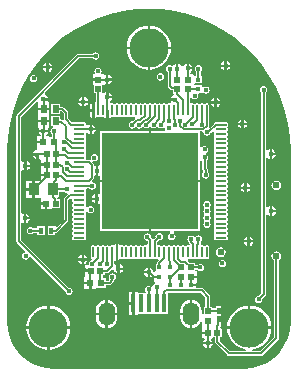
<source format=gbr>
%FSTAX25Y25*%
%MOIN*%
%SFA1B1*%

%IPPOS*%
%AMD46*
4,1,8,-0.019700,0.002000,-0.019700,-0.002000,-0.017700,-0.003900,0.017700,-0.003900,0.019700,-0.002000,0.019700,0.002000,0.017700,0.003900,-0.017700,0.003900,-0.019700,0.002000,0.0*
%
%ADD10R,0.017716X0.021654*%
%ADD18R,0.011811X0.019685*%
%ADD26R,0.020472X0.020472*%
%ADD27R,0.020472X0.020472*%
%ADD29C,0.006000*%
%ADD30C,0.005000*%
%ADD31C,0.004000*%
%ADD32C,0.008000*%
%ADD33C,0.007000*%
%ADD34O,0.055118X0.076772*%
%ADD35C,0.131000*%
%ADD36C,0.016000*%
%ADD37C,0.024000*%
%ADD38R,0.017716X0.017716*%
%ADD39R,0.015748X0.059055*%
%ADD40R,0.035433X0.039370*%
%ADD41R,0.024409X0.024409*%
%ADD42R,0.021654X0.025591*%
%ADD43R,0.318898X0.318898*%
%ADD44O,0.007874X0.039370*%
%ADD45O,0.039370X0.007874*%
G04~CAMADD=46~4~0.0~0.0~78.7~393.7~0.0~19.7~0~0.0~0.0~0.0~0.0~0~0.0~0.0~0.0~0.0~0~0.0~0.0~0.0~90.0~394.0~78.0*
%ADD46D46*%
%LNdigit_copper_signal_bot-1*%
%LPD*%
G36*
X0053571Y0117908D02*
X0057893Y0117305D01*
X0062141Y0116306*
X0066279Y0114919*
X0070271Y0113157*
X0074083Y0111033*
X0077683Y0108567*
X008104Y0105779*
X0084126Y0102694*
X0086914Y0099336*
X008938Y0095736*
X0091503Y0091924*
X0093266Y0087932*
X0094653Y0083794*
X0095652Y0079547*
X0096255Y0075225*
X0096456Y0070866*
Y0013779*
X0096217Y0011044*
X0095506Y0008393*
X0094346Y0005905*
X0092772Y0003656*
X0090831Y0001715*
X0088582Y0000141*
X0086094Y-0001018*
X0083443Y-0001729*
X0080708Y-0001968*
X0017716*
X0014981Y-0001729*
X001233Y-0001018*
X0009842Y0000141*
X0007593Y0001715*
X0005652Y0003656*
X0004078Y0005905*
X0002918Y0008393*
X0002207Y0011044*
X0001968Y0013779*
Y0070866*
X000217Y0075225*
X0002772Y0079547*
X0003771Y0083794*
X0005158Y0087932*
X0006921Y0091924*
X0009044Y0095736*
X001151Y0099336*
X0014298Y0102694*
X0017384Y0105779*
X0020741Y0108567*
X0024341Y0111033*
X0028154Y0113157*
X0032145Y0114919*
X0036283Y0116306*
X0040531Y0117305*
X0044853Y0117908*
X0049212Y011811*
X0053571Y0117908*
G37*
%LNdigit_copper_signal_bot-2*%
%LPC*%
G36*
X0049612Y0112464D02*
Y0105518D01*
X0056558*
X0056456Y0106558*
X0056035Y0107944*
X0055353Y0109221*
X0054434Y011034*
X0053315Y0111258*
X0052038Y0111941*
X0050653Y0112361*
X0049612Y0112464*
G37*
G36*
X0048812D02*
X0047771Y0112361D01*
X0046386Y0111941*
X0045109Y0111258*
X004399Y011034*
X0043071Y0109221*
X0042389Y0107944*
X0041968Y0106558*
X0041866Y0105518*
X0048812*
Y0112464*
G37*
G36*
X0031462Y0103585D02*
X0030994Y0103492D01*
X0030597Y0103227*
X0030564Y0103177*
X0025762*
X002545Y0103115*
X0025185Y0102939*
Y0102938*
X0005323Y0083076*
X0005146Y0082812*
X0005084Y00825*
Y00406*
X0005146Y0040287*
X0005323Y0040023*
X000796Y0037385*
X0007796Y0036843*
X0007731Y003683*
X0007334Y0036565*
X0007069Y0036168*
X0006976Y00357*
X0007069Y0035231*
X0007334Y0034834*
X0007731Y0034569*
X00082Y0034476*
X0008668Y0034569*
X0009065Y0034834*
X000933Y0035231*
X0009343Y0035296*
X0009885Y003546*
X0021388Y0023958*
X0021376Y00239*
X0021469Y0023431*
X0021734Y0023034*
X0022131Y0022769*
X00226Y0022676*
X0023068Y0022769*
X0023465Y0023034*
X002373Y0023431*
X0023823Y00239*
X002373Y0024368*
X0023465Y0024765*
X0023068Y002503*
X00226Y0025123*
X0022541Y0025111*
X0006715Y0040937*
Y004654*
X0007215Y0046808*
X0007275Y0046768*
X00075Y0046723*
Y0048275*
Y0049827*
X0007275Y0049782*
X0007215Y0049742*
X0006715Y0050009*
Y0064147*
X0007215Y0064414*
X0007475Y006424*
X00077Y0064196*
Y0065748*
Y0067299*
X0007475Y0067255*
X0007215Y0067081*
X0006715Y0067348*
Y0082162*
X0011742Y0087189*
X0012277Y0087082*
X001229Y0086725*
Y0085045*
X0014173*
X0016055*
Y0086725*
X001584*
X0015573Y0087225*
X0015607Y0087275*
X0015651Y00875*
X00141*
Y00883*
X0015651*
X0015607Y0088524*
X0015253Y0089053*
X0014724Y0089407*
X0014677Y0089416*
X0014512Y0089959*
X00261Y0101546*
X0030564*
X0030597Y0101497*
X0030994Y0101231*
X0031462Y0101138*
X003193Y0101231*
X0032327Y0101497*
X0032592Y0101894*
X0032685Y0102362*
X0032592Y010283*
X0032327Y0103227*
X003193Y0103492*
X0031462Y0103585*
G37*
G36*
X00752Y0100651D02*
Y00995D01*
X0076351*
X0076307Y0099724*
X0075953Y0100253*
X0075424Y0100607*
X00752Y0100651*
G37*
G36*
X00744D02*
X0074175Y0100607D01*
X0073646Y0100253*
X0073292Y0099724*
X0073248Y00995*
X00744*
Y0100651*
G37*
G36*
X00159Y0100151D02*
Y0099D01*
X0017051*
X0017007Y0099224*
X0016653Y0099753*
X0016124Y0100107*
X00159Y0100151*
G37*
G36*
X00151D02*
X0014875Y0100107D01*
X0014346Y0099753*
X0013992Y0099224*
X0013948Y0099*
X00151*
Y0100151*
G37*
G36*
X0061804Y0099851D02*
X006158Y0099807D01*
X0061051Y0099453*
X0060697Y0098924*
X0060673Y0098803*
X0060213Y0098781*
X0060161Y009879*
X0059815Y0099308*
X0059285Y0099662*
X0059061Y0099706*
Y0098155*
X0058261*
Y0099706*
X0058037Y0099662*
X0057507Y0099308*
X0057449Y0099221*
X0056796Y0099144*
X0056668Y009923*
X00562Y0099323*
X0055731Y009923*
X0055334Y0098965*
X0055069Y0098568*
X0054976Y00981*
X0055069Y0097631*
X0055334Y0097234*
X0055486Y0097133*
Y00925*
X005554Y0092226*
X0055695Y0091995*
X0056584Y0091106*
X0056816Y0090951*
X0057089Y0090897*
X0057237*
Y0089915*
X0057416*
X0057464Y0089809*
X0057475Y0089302*
X0056946Y0088948*
X0056592Y0088419*
X0056548Y0088195*
X00581*
Y0087395*
X0056548*
X0056592Y0087171*
X0056643Y0087094*
X0056543Y0086689*
X0056406Y0086618*
X0056215Y0086574*
X0055905Y0086636*
X0055595Y0086574*
X0055333Y0086399*
X0054902*
X005464Y0086574*
X005433Y0086636*
X0054021Y0086574*
X0053758Y0086399*
X0053328*
X0053065Y0086574*
X0052755Y0086636*
X0052446Y0086574*
X0052183Y0086399*
X0051753*
X005149Y0086574*
X0051181Y0086636*
X0050871Y0086574*
X0050608Y0086399*
X0050178*
X0049916Y0086574*
X0049606Y0086636*
X0049296Y0086574*
X0049034Y0086399*
X0048603*
X0048341Y0086574*
X0048031Y0086636*
X0047721Y0086574*
X0047459Y0086399*
X0047028*
X0046766Y0086574*
X0046456Y0086636*
X0046147Y0086574*
X0045884Y0086399*
X0045454*
X0045191Y0086574*
X0044881Y0086636*
X0044572Y0086574*
X0044309Y0086399*
X0043879*
X0043616Y0086574*
X0043307Y0086636*
X0042997Y0086574*
X0042734Y0086399*
X0042304*
X0042042Y0086574*
X0041732Y0086636*
X0041422Y0086574*
X004116Y0086399*
X0040729*
X0040467Y0086574*
X0040157Y0086636*
X0039847Y0086574*
X0039585Y0086399*
X0039154*
X0038892Y0086574*
X0038582Y0086636*
X0038273Y0086574*
X003801Y0086399*
X003758*
X0037317Y0086574*
X0037007Y0086636*
X0036698Y0086574*
X0036632Y008653*
X0036401Y0086652*
X0036197Y0086841*
X003623Y008733*
X0036553Y0087546*
X0036907Y0088075*
X0036951Y00883*
X00354*
Y00887*
X0035*
Y0090251*
X0034775Y0090207*
X0034306Y0089893*
X0034211Y0089857*
X0033807Y0089901*
X0033707Y0090159*
Y0090405*
Y0090405*
Y0090406*
Y0092664*
X0034107*
Y0092759*
X0034607Y0093026*
X0034675Y0092981*
X00349Y0092936*
Y0094488*
Y009604*
X0034675Y0095995*
X0034607Y0095949*
X0034107Y0096216*
Y0096311*
X0033667*
X00334Y0096811*
X0033413Y0096831*
X0033507Y00973*
X0033413Y0097768*
X0033148Y0098165*
X0032751Y009843*
X0032283Y0098523*
X0031815Y009843*
X0031418Y0098165*
X0031153Y0097768*
X0031059Y00973*
X0031153Y0096831*
X0031166Y0096811*
X0030899Y0096311*
X0030459*
Y0094888*
X0032283*
Y0094088*
X0030459*
Y0092664*
X0030859*
Y0089915*
X0031569*
Y0087288*
X0031422Y0087163*
X0031108Y0086993*
Y0084252*
Y0081539*
X0031174Y0081552*
X0031569Y0081816*
X0031746Y0082081*
X0031973Y0081929*
X0032283Y0081867*
X0032593Y0081929*
X0032855Y0082104*
X0033286*
X0033548Y0081929*
X0033858Y0081867*
X0034168Y0081929*
X0034395Y0082081*
X0034572Y0081816*
X0034967Y0081552*
X0035033Y0081539*
Y0084252*
X0035833*
Y0081539*
X0035898Y0081552*
X0036293Y0081816*
X003647Y0082081*
X0036698Y0081929*
X0037007Y0081867*
X0037317Y0081929*
X003758Y0082104*
X003801*
X0038273Y0081929*
X0038582Y0081867*
X0038892Y0081929*
X0039154Y0082104*
X0039585*
X0039847Y0081929*
X0040157Y0081867*
X0040467Y0081929*
X0040729Y0082104*
X004116*
X0041422Y0081929*
X0041732Y0081867*
X0042042Y0081929*
X0042304Y0082104*
X0042734*
X0042997Y0081929*
X0043307Y0081867*
X0043616Y0081929*
X0043879Y0082104*
X0044309*
X0044572Y0081929*
X0044576Y0081928*
X0044687Y0081464*
X0044687Y0081396*
X0043878Y0080588*
X00437Y0080623*
X0043231Y008053*
X0042834Y0080265*
X0042569Y0079868*
X0042476Y00794*
X0042569Y0078931*
X0042834Y0078534*
X0043231Y0078269*
X00437Y0078176*
X0044168Y0078269*
X0044565Y0078534*
X0044599Y0078586*
X00452*
X0045234Y0078534*
X0045631Y0078269*
X00461Y0078176*
X0046568Y0078269*
X0046965Y0078534*
X0047004Y0078593*
X004756Y0078662*
X0047957Y0078397*
X0048425Y0078304*
X0048893Y0078397*
X004929Y0078662*
X0049305Y0078685*
X0049907*
X0049922Y0078662*
X0050319Y0078397*
X0050787Y0078304*
X0051255Y0078397*
X0051652Y0078662*
X0051667Y0078685*
X0052269*
X0052284Y0078662*
X0052681Y0078397*
X0053149Y0078304*
X0053617Y0078397*
X005393Y0078606*
X0054119Y0078574*
X0054227Y0078533*
X0054442Y0078402*
X0054542Y0077899*
X0054598Y0077815*
X0054362Y0077374*
X0050006*
Y0061029*
X0066351*
Y0067321*
X0066851Y0067561*
X0067035Y0067413*
Y00648*
X0067093Y0064507*
X0067259Y0064259*
X0067418Y00641*
X006739Y0063602*
X0067334Y0063565*
X0067069Y0063168*
X0066976Y00627*
X0067069Y0062231*
X0067334Y0061834*
X0067731Y0061569*
X00682Y0061476*
X0068668Y0061569*
X0069065Y0061834*
X006933Y0062231*
X0069423Y00627*
X006933Y0063168*
X0069065Y0063565*
X0068964Y0063632*
Y00644*
X0068906Y0064692*
X006874Y006494*
X0068564Y0065116*
Y0067667*
X0068665Y0067734*
X006893Y0068131*
X0069023Y00686*
X006893Y0069068*
X0068665Y0069465*
X006843Y0069622*
X006842Y0069649*
Y007015*
X006843Y0070177*
X0068665Y0070334*
X006893Y0070731*
X0069023Y00712*
X006893Y0071668*
X0068665Y0072065*
X0068268Y007233*
X00678Y0072423*
X0067331Y007233*
X0066934Y0072065*
X0066851Y0071939*
X0066351Y0072091*
Y0077237*
X0066913*
X0067376Y0077*
X0067469Y0076531*
X0067734Y0076134*
X0068131Y0075869*
X00686Y0075776*
X0069068Y0075869*
X0069465Y0076134*
X006973Y0076531*
X0069767Y0076716*
X0069805Y0076741*
X007044Y0077377*
X0070931Y00773*
X0071036Y0076882*
X0070905Y0076687*
X0070844Y0076377*
X0070905Y0076068*
X0071081Y0075805*
Y0075375*
X0070905Y0075112*
X0070844Y0074803*
X0070905Y0074493*
X0071081Y007423*
Y00738*
X0070905Y0073538*
X0070844Y0073228*
X0070905Y0072918*
X0071081Y0072656*
Y0072225*
X0070905Y0071963*
X0070844Y0071653*
X0070905Y0071343*
X0071081Y0071081*
Y0070651*
X0070905Y0070388*
X0070844Y0070078*
X0070905Y0069769*
X0071081Y0069506*
Y0069076*
X0070905Y0068813*
X0070844Y0068503*
X0070905Y0068194*
X0071081Y0067931*
Y0067501*
X0070905Y0067238*
X0070844Y0066929*
X0070905Y0066619*
X0071081Y0066356*
Y0065926*
X0070905Y0065664*
X0070844Y0065354*
X0070905Y0065044*
X0071081Y0064782*
Y0064351*
X0070905Y0064089*
X0070844Y0063779*
X0070905Y0063469*
X0071081Y0063207*
Y0062776*
X0070905Y0062514*
X0070844Y0062204*
X0070905Y0061895*
X0071081Y0061632*
Y0061202*
X0070905Y0060939*
X0070844Y0060629*
X0070905Y006032*
X0071081Y0060057*
Y0059627*
X0070905Y0059364*
X0070844Y0059055*
X0070905Y0058745*
X0071081Y0058482*
Y0058052*
X0070905Y005779*
X0070844Y005748*
X0070905Y005717*
X0071081Y0056908*
Y0056477*
X0070905Y0056215*
X0070844Y0055905*
X0070905Y0055595*
X0071081Y0055333*
Y0054902*
X0070905Y005464*
X0070844Y005433*
X0070905Y0054021*
X0071081Y0053758*
Y0053328*
X0070905Y0053065*
X0070844Y0052755*
X0070905Y0052446*
X0071081Y0052183*
Y0051753*
X0070905Y005149*
X0070844Y0051181*
X0070905Y0050871*
X0071081Y0050608*
Y0050178*
X0070905Y0049916*
X0070844Y0049606*
X0070905Y0049296*
X0071081Y0049034*
Y0048603*
X0070905Y0048341*
X0070844Y0048031*
X0070905Y0047721*
X0071081Y0047459*
Y0047028*
X0070905Y0046766*
X0070844Y0046456*
X0070905Y0046147*
X0071081Y0045884*
Y0045454*
X0070905Y0045191*
X0070844Y0044881*
X0070905Y0044572*
X0071081Y0044309*
Y0043879*
X0070905Y0043616*
X0070844Y0043307*
X0070905Y0042997*
X0071081Y0042734*
Y0042304*
X0070905Y0042042*
X0070844Y0041732*
X0070905Y0041422*
X0071081Y004116*
X0071343Y0040984*
X0071653Y0040923*
X0074803*
X0075112Y0040984*
X0075375Y004116*
X007555Y0041422*
X0075612Y0041732*
X007555Y0042042*
X0075375Y0042304*
Y0042734*
X007555Y0042997*
X0075612Y0043307*
X007555Y0043616*
X0075375Y0043879*
Y0044309*
X007555Y0044572*
X0075612Y0044881*
X007555Y0045191*
X0075375Y0045454*
Y0045884*
X007555Y0046147*
X0075612Y0046456*
X007555Y0046766*
X0075375Y0047028*
Y0047459*
X007555Y0047721*
X0075612Y0048031*
X007555Y0048341*
X0075375Y0048603*
Y0049034*
X007555Y0049296*
X0075612Y0049606*
X007555Y0049916*
X0075375Y0050178*
Y0050608*
X007555Y0050871*
X0075612Y0051181*
X007555Y005149*
X0075375Y0051753*
Y0052183*
X007555Y0052446*
X0075612Y0052755*
X007555Y0053065*
X0075375Y0053328*
Y0053758*
X007555Y0054021*
X0075612Y005433*
X007555Y005464*
X0075375Y0054902*
Y0055333*
X007555Y0055595*
X0075612Y0055905*
X007555Y0056215*
X0075375Y0056477*
Y0056908*
X007555Y005717*
X0075612Y005748*
X007555Y005779*
X0075375Y0058052*
Y0058482*
X007555Y0058745*
X0075612Y0059055*
X007555Y0059364*
X0075375Y0059627*
Y0060057*
X007555Y006032*
X0075612Y0060629*
X007555Y0060939*
X0075375Y0061202*
Y0061632*
X007555Y0061895*
X0075612Y0062204*
X007555Y0062514*
X0075375Y0062776*
Y0063207*
X007555Y0063469*
X0075612Y0063779*
X007555Y0064089*
X0075375Y0064351*
Y0064782*
X007555Y0065044*
X0075612Y0065354*
X007555Y0065664*
X0075375Y0065926*
Y0066356*
X007555Y0066619*
X0075612Y0066929*
X007555Y0067238*
X0075375Y0067501*
Y0067931*
X007555Y0068194*
X0075612Y0068503*
X007555Y0068813*
X0075375Y0069076*
Y0069506*
X007555Y0069769*
X0075612Y0070078*
X007555Y0070388*
X0075375Y0070651*
Y0071081*
X007555Y0071343*
X0075612Y0071653*
X007555Y0071963*
X0075375Y0072225*
Y0072656*
X007555Y0072918*
X0075612Y0073228*
X007555Y0073538*
X0075375Y00738*
Y007423*
X007555Y0074493*
X0075612Y0074803*
X007555Y0075112*
X0075375Y0075375*
Y0075805*
X007555Y0076068*
X0075612Y0076377*
X007555Y0076687*
X0075375Y007695*
Y007738*
X007555Y0077643*
X0075612Y0077952*
X007555Y0078262*
X0075375Y0078525*
X0075505Y0079039*
X0075596Y007913*
Y0079924*
X00752Y0080321*
X0071256*
X0070859Y0079924*
Y0079671*
X0069577Y0078388*
X0069444Y007839*
X0069135Y0078775*
X0069116Y0078802*
X0069166Y0079053*
Y008224*
X0069251Y0082367*
X0069313Y0082677*
Y0085826*
X0069251Y0086136*
X0069076Y0086399*
X0068813Y0086574*
X0068503Y0086636*
X0068194Y0086574*
X0067931Y0086399*
X0067501*
X0067238Y0086574*
X0066929Y0086636*
X0066619Y0086574*
X0066356Y0086399*
X0065926*
X0065664Y0086574*
X0065354Y0086636*
X0065044Y0086574*
X0064782Y0086399*
X0064351*
X0064089Y0086574*
X0063779Y0086636*
X0063469Y0086574*
X0063418Y008654*
X0062918Y0086798*
Y0088475*
X0063111Y0088542*
X0063418Y0088558*
X0063634Y0088234*
X0064031Y0087969*
X00645Y0087876*
X0064968Y0087969*
X0065365Y0088234*
X006563Y0088631*
X0065723Y00891*
X0065633Y0089552*
X0065631Y0089569*
X0065908Y0090052*
X0067033*
X0067533Y0090068*
X0067831Y0089869*
X00683Y0089776*
X0068768Y0089869*
X0069165Y0090134*
X006943Y0090531*
X0069523Y0091*
X006943Y0091468*
X0069165Y0091865*
X0068768Y009213*
X00683Y0092223*
X0067831Y009213*
X0067533Y0091931*
X0067179Y0092048*
X0067033Y0092152*
Y0092624*
X0064919*
X0064589*
X0064532Y0092624*
X0064444Y0092631*
X00644Y0092647*
Y0093179*
X0064462Y0093202*
X0064528*
X0067033*
Y0095774*
X0066563*
Y0097249*
X0066613Y0097282*
X0066878Y0097679*
X0066971Y0098148*
X0066878Y0098616*
X0066613Y0099013*
X0066216Y0099278*
X0065748Y0099371*
X0065279Y0099278*
X0064882Y0099013*
X0064617Y0098616*
X0064524Y0098148*
X0064617Y0097679*
X0064882Y0097282*
X0064932Y0097249*
Y0096005*
X0064462Y0095774*
X0064028Y0095979*
Y0096311*
X006309*
X0062851Y0096775*
X0062857Y0096811*
X0063358Y0097146*
X0063711Y0097675*
X0063756Y00979*
X0062204*
Y00983*
X0061804*
Y0099851*
G37*
G36*
X0062604D02*
Y00987D01*
X0063756*
X0063711Y0098924*
X0063358Y0099453*
X0062829Y0099807*
X0062604Y0099851*
G37*
G36*
X0056558Y0104718D02*
X0049612D01*
Y0097771*
X0050653Y0097874*
X0052038Y0098294*
X0053315Y0098977*
X0054434Y0099895*
X0055353Y0101014*
X0056035Y0102291*
X0056456Y0103677*
X0056558Y0104718*
G37*
G36*
X0048812D02*
X0041866D01*
X0041968Y0103677*
X0042389Y0102291*
X0043071Y0101014*
X004399Y0099895*
X0045109Y0098977*
X0046386Y0098294*
X0047771Y0097874*
X0048812Y0097771*
Y0104718*
G37*
G36*
X0076351Y00987D02*
X00752D01*
Y0097548*
X0075424Y0097592*
X0075953Y0097946*
X0076307Y0098475*
X0076351Y00987*
G37*
G36*
X00744D02*
X0073248D01*
X0073292Y0098475*
X0073646Y0097946*
X0074175Y0097592*
X00744Y0097548*
Y00987*
G37*
G36*
X0017051Y00982D02*
X00159D01*
Y0097048*
X0016124Y0097092*
X0016653Y0097446*
X0017007Y0097975*
X0017051Y00982*
G37*
G36*
X00151D02*
X0013948D01*
X0013992Y0097975*
X0014346Y0097446*
X0014875Y0097092*
X00151Y0097048*
Y00982*
G37*
G36*
X00357Y009604D02*
Y0094888D01*
X0036851*
X0036807Y0095112*
X0036453Y0095641*
X0035924Y0095995*
X00357Y009604*
G37*
G36*
X00531Y0096623D02*
X0052631Y009653D01*
X0052234Y0096265*
X0051969Y0095868*
X0051876Y00954*
X0051969Y0094931*
X0052234Y0094534*
X0052631Y0094269*
X00531Y0094176*
X0053568Y0094269*
X0053965Y0094534*
X005423Y0094931*
X0054323Y00954*
X005423Y0095868*
X0053965Y0096265*
X0053568Y009653*
X00531Y0096623*
G37*
G36*
X00108Y0096123D02*
X0010331Y009603D01*
X0009934Y0095765*
X0009669Y0095368*
X0009576Y00949*
X0009669Y0094431*
X0009934Y0094034*
X0010331Y0093769*
X00108Y0093676*
X0011268Y0093769*
X0011665Y0094034*
X001193Y0094431*
X0012023Y00949*
X001193Y0095368*
X0011665Y0095765*
X0011268Y009603*
X00108Y0096123*
G37*
G36*
X0036851Y0094088D02*
X00357D01*
Y0092936*
X0035924Y0092981*
X0036453Y0093334*
X0036807Y0093863*
X0036851Y0094088*
G37*
G36*
X00358Y0090251D02*
Y00891D01*
X0036951*
X0036907Y0089324*
X0036553Y0089853*
X0036024Y0090207*
X00358Y0090251*
G37*
G36*
X00277Y0088651D02*
Y00875D01*
X0028851*
X0028807Y0087724*
X0028453Y0088253*
X0027924Y0088607*
X00277Y0088651*
G37*
G36*
X00269D02*
X0026675Y0088607D01*
X0026146Y0088253*
X0025792Y0087724*
X0025748Y00875*
X00269*
Y0088651*
G37*
G36*
X00719Y0088451D02*
Y00873D01*
X0073051*
X0073007Y0087524*
X0072653Y0088053*
X0072124Y0088407*
X00719Y0088451*
G37*
G36*
X00711D02*
X0070875Y0088407D01*
X0070346Y0088053*
X0069992Y0087524*
X0069948Y00873*
X00711*
Y0088451*
G37*
G36*
X0028851Y00867D02*
X00277D01*
Y0085548*
X0027924Y0085592*
X0028453Y0085946*
X0028807Y0086475*
X0028851Y00867*
G37*
G36*
X00269D02*
X0025748D01*
X0025792Y0086475*
X0026146Y0085946*
X0026675Y0085592*
X00269Y0085548*
Y00867*
G37*
G36*
X0073051Y00865D02*
X00719D01*
Y0085348*
X0072124Y0085392*
X0072653Y0085746*
X0073007Y0086275*
X0073051Y00865*
G37*
G36*
X00711D02*
X0069948D01*
X0069992Y0086275*
X0070346Y0085746*
X0070875Y0085392*
X00711Y0085348*
Y00865*
G37*
G36*
X0030308Y0086964D02*
X0030242Y0086951D01*
X0029848Y0086687*
X0029584Y0086292*
X0029491Y0085826*
Y0084652*
X0030308*
Y0086964*
G37*
G36*
Y0083852D02*
X0029491D01*
Y0082677*
X0029584Y0082211*
X0029848Y0081816*
X0030242Y0081552*
X0030308Y0081539*
Y0083852*
G37*
G36*
X0016055Y0084245D02*
X0014173D01*
X001229*
Y0082566*
Y0081108*
X0014173*
X0016055*
Y0082566*
Y0084245*
G37*
G36*
X0019592Y0086325D02*
X0016627D01*
Y0082966*
X0019592*
Y0083931*
X0020121*
X0020939Y0083113*
Y0081372*
X0020814Y0081248*
X0020471Y0081096*
X0020351Y0081176*
X0020078Y0081231*
X0019592*
Y0082388*
X0016627*
Y0079029*
X0017232*
X0017267Y0079001*
X001716Y007847*
X0017103Y0078458*
X0016706Y0078193*
X0016441Y0077796*
X0016348Y0077328*
X0016441Y007686*
X0016706Y0076463*
X0016857Y0076362*
Y007522*
X0016048*
Y007562*
X0015216*
X0015065Y007612*
X0015253Y0076246*
X0015607Y0076775*
X0015651Y0077*
X0012548*
X0012592Y0076775*
X0012946Y0076246*
X0013135Y007612*
X0012983Y007562*
X0012007*
Y0074*
X0014028*
Y00732*
X0012007*
Y0071816*
Y0071579*
X0011953Y0071102*
X0011875Y0071086*
X0011475Y0071007*
X0010946Y0070653*
X0010592Y0070124*
X0010548Y00699*
X00121*
Y00695*
X00125*
Y0067948*
X0012724Y0067992*
X0012833Y0068066*
X0013333Y0067798*
Y0066541*
X0015157*
Y0065741*
X0013333*
Y0064318*
Y0062998*
X0015157*
Y0062198*
X0013333*
Y0061142*
X0013333Y0060774*
X0012888Y0060642*
X0011226*
Y0057874*
X0010826*
X0011226*
Y0055105*
X0012691*
X0013137Y0054973*
Y0054722*
Y0053549*
X001496*
Y0053149*
X001536*
Y0051326*
X0016784*
Y0051726*
X0019533*
Y0054573*
X0018832*
X0018659Y0055059*
X0018896Y0055505*
X0019297*
Y005716*
X0021112*
X0021171Y0057071*
X0021568Y0056806*
X0022003Y005672*
X0022089Y0056588*
X0022233Y0056242*
X0021148Y0055158*
X0020994Y0054926*
X0020939Y0054653*
Y0047849*
X0018477Y0045386*
X0018018Y0045577*
X0015446*
Y0042611*
X0018018*
Y004338*
X0018194*
X0018467Y0043435*
X0018699Y0043589*
X0022158Y0047048*
X0022312Y004728*
X0022367Y0047553*
Y0054357*
X0022992Y0054982*
X0023266Y0054948*
X0023342Y0054889*
X0023622Y005444*
X00236Y005433*
X0023661Y0054021*
X0023837Y0053758*
Y0053328*
X0023661Y0053065*
X00236Y0052755*
X0023661Y0052446*
X0023837Y0052183*
Y0051753*
X0023661Y005149*
X00236Y0051181*
X0023661Y0050871*
X0023837Y0050608*
Y0050178*
X0023661Y0049916*
X00236Y0049606*
X0023661Y0049296*
X0023837Y0049034*
Y0048603*
X0023661Y0048341*
X00236Y0048031*
X0023661Y0047721*
X0023837Y0047459*
Y0047028*
X0023661Y0046766*
X00236Y0046456*
X0023661Y0046147*
X0023837Y0045884*
Y0045454*
X0023661Y0045191*
X00236Y0044881*
X0023661Y0044572*
X0023837Y0044309*
Y0043879*
X0023661Y0043616*
X00236Y0043307*
X0023661Y0042997*
X0023837Y0042734*
Y0042304*
X0023661Y0042042*
X00236Y0041732*
X0023661Y0041422*
X0023837Y004116*
X0024099Y0040984*
X0024409Y0040923*
X0027559*
X0027868Y0040984*
X0028131Y004116*
X0028306Y0041422*
X0028368Y0041732*
X0028306Y0042042*
X0028131Y0042304*
Y0042734*
X0028306Y0042997*
X0028368Y0043307*
X0028306Y0043616*
X0028131Y0043879*
Y0044309*
X0028306Y0044572*
X0028368Y0044881*
X0028306Y0045191*
X0028131Y0045454*
Y0045884*
X0028306Y0046147*
X0028368Y0046456*
X0028306Y0046766*
X0028131Y0047028*
Y0047459*
X0028306Y0047721*
X0028368Y0048031*
X0028306Y0048341*
X0028131Y0048603*
Y0049034*
X0028306Y0049296*
X0028368Y0049606*
X0028306Y0049916*
X0028131Y0050178*
Y0050287*
X0028302Y0050416*
X0028934Y0050328*
X0029331Y0050063*
X00298Y004997*
X0030268Y0050063*
X0030665Y0050328*
X003093Y0050725*
X0031023Y0051193*
X003093Y0051661*
X0030665Y0052058*
X0030268Y0052324*
X00298Y0052417*
X0029331Y0052324*
X0028934Y0052058*
X0028298Y0051961*
X0028131Y0052081*
Y0052183*
X0028306Y0052446*
X0028368Y0052755*
X0028306Y0053065*
X0028131Y0053328*
Y0053758*
X0028306Y0054021*
X0028368Y005433*
X0028306Y005464*
X0028131Y0054902*
Y0055333*
X0028306Y0055595*
X0028368Y0055905*
X0028306Y0056215*
X0028131Y0056477*
Y0056908*
X0028306Y005717*
X0028368Y005748*
X0028306Y005779*
X0028272Y0057841*
X002853Y0058341*
X0029348*
X0029449Y005819*
X0029846Y0057924*
X0030315Y0057831*
X0030783Y0057924*
X003118Y005819*
X0031445Y0058586*
X0031538Y0059055*
X0031445Y0059523*
X003118Y005992*
X0030783Y0060185*
X0030465Y0060248*
X0030277Y0060664*
X0030268Y0060758*
X0030704Y0061195*
X0030859Y0061426*
X0030913Y00617*
Y0062371*
X0031297Y0062576*
X0031413Y0062585*
X00316Y0062548*
Y00641*
Y0065651*
X0031413Y0065614*
X0031297Y0065623*
X0030913Y0065828*
Y0066*
X0030859Y0066273*
X0030704Y0066504*
X0030255Y0066953*
X0030513Y0067342*
X003055Y0067365*
X0031Y0067276*
X0031468Y0067369*
X0031865Y0067634*
X003213Y0068031*
X0032223Y00685*
X003213Y0068968*
X0031865Y0069365*
X0031468Y006963*
X0031Y0069723*
X0030531Y006963*
X0030134Y0069365*
X0029869Y0068968*
X0029776Y00685*
X0029869Y0068031*
X0029941Y0067924*
X0029581Y0067563*
X0029544Y0067588*
X002927Y0067642*
X002853*
X0028272Y0068142*
X0028306Y0068194*
X0028368Y0068503*
X0028306Y0068813*
X0028131Y0069076*
Y0069506*
X0028306Y0069769*
X0028368Y0070078*
X0028306Y0070388*
X0028131Y0070651*
Y0071081*
X0028306Y0071343*
X0028368Y0071653*
X0028306Y0071963*
X0028131Y0072225*
Y0072656*
X0028306Y0072918*
X0028368Y0073228*
X0028306Y0073538*
X0028131Y00738*
Y007423*
X0028306Y0074493*
X0028368Y0074803*
X0028306Y0075112*
X0028131Y0075375*
Y0075805*
X0028306Y0076068*
X0028368Y0076377*
X002833Y0076569*
X0028684Y0076805*
X0028764Y0076834*
X0029275Y0076492*
X00295Y0076448*
Y0078*
Y0079551*
X0029275Y0079507*
X0028812Y0079197*
X0028561Y007929*
X0028352Y0079445*
X0028368Y0079527*
X0028306Y0079837*
X0028131Y0080099*
X0027868Y0080275*
X0027559Y0080336*
X0024409*
X0024099Y0080275*
X0024049Y0080241*
X0023726*
X0022367Y00816*
Y0083409*
X0022312Y0083682*
X0022158Y0083914*
X0020922Y008515*
X002069Y0085305*
X0020417Y0085359*
X0019592*
Y0086325*
G37*
G36*
X00808Y0081256D02*
Y0080104D01*
X0081951*
X0081907Y0080329*
X0081553Y0080858*
X0081024Y0081211*
X00808Y0081256*
G37*
G36*
X008D02*
X0079775Y0081211D01*
X0079246Y0080858*
X0078892Y0080329*
X0078848Y0080104*
X008*
Y0081256*
G37*
G36*
X00303Y0079551D02*
Y00784D01*
X0031451*
X0031407Y0078624*
X0031053Y0079153*
X0030524Y0079507*
X00303Y0079551*
G37*
G36*
X0081951Y0079304D02*
X00808D01*
Y0078153*
X0081024Y0078197*
X0081553Y0078551*
X0081907Y007908*
X0081951Y0079304*
G37*
G36*
X008D02*
X0078848D01*
X0078892Y007908*
X0079246Y0078551*
X0079775Y0078197*
X008Y0078153*
Y0079304*
G37*
G36*
X0016055Y0080308D02*
X0014173D01*
X001229*
Y0078629*
X0012395*
X0012662Y0078129*
X0012592Y0078024*
X0012548Y00778*
X0015651*
X0015607Y0078024*
X0015537Y0078129*
X0015804Y0078629*
X0016055*
Y0080308*
G37*
G36*
X0031451Y00776D02*
X00303D01*
Y0076448*
X0030524Y0076492*
X0031053Y0076846*
X0031407Y0077375*
X0031451Y00776*
G37*
G36*
X00903Y0071251D02*
Y00701D01*
X0091451*
X0091407Y0070324*
X0091053Y0070853*
X0090524Y0071207*
X00903Y0071251*
G37*
G36*
X0091451Y00693D02*
X00903D01*
Y0068148*
X0090524Y0068192*
X0091053Y0068546*
X0091407Y0069075*
X0091451Y00693*
G37*
G36*
X00875Y0092365D02*
X0087031Y0092272D01*
X0086634Y0092006*
X0086369Y009161*
X0086276Y0091141*
X0086369Y0090673*
X0086634Y0090276*
X0086684Y0090243*
Y0023217*
X0085878Y0022411*
X008582Y0022423*
X0085351Y002233*
X0084954Y0022065*
X0084689Y0021668*
X0084596Y00212*
X0084689Y0020731*
X0084954Y0020334*
X0085351Y0020069*
X008582Y0019976*
X0086288Y0020069*
X0086685Y0020334*
X008695Y0020731*
X0087043Y00212*
X0087031Y0021258*
X0088076Y0022303*
X0088076Y0022303*
X0088253Y0022567*
X0088315Y002288*
Y002288*
Y004944*
X0088815Y0049592*
X0088846Y0049546*
X0089375Y0049192*
X00896Y0049148*
Y00507*
Y0052251*
X0089375Y0052207*
X0088846Y0051853*
X0088815Y0051807*
X0088315Y0051959*
Y0068291*
X0088535Y0068421*
X0088815Y00685*
X0089275Y0068192*
X00895Y0068148*
Y00697*
Y0071251*
X0089275Y0071207*
X0088815Y0070899*
X0088535Y0070978*
X0088315Y0071108*
Y0090243*
X0088365Y0090276*
X008863Y0090673*
X0088723Y0091141*
X008863Y009161*
X0088365Y0092006*
X0087968Y0092272*
X00875Y0092365*
G37*
G36*
X00117Y00691D02*
X0010548D01*
X0010592Y0068875*
X0010946Y0068346*
X0011475Y0067992*
X00117Y0067948*
Y00691*
G37*
G36*
X00085Y0067299D02*
Y0066148D01*
X0009651*
X0009607Y0066372*
X0009253Y0066901*
X0008724Y0067255*
X00085Y0067299*
G37*
G36*
X0009651Y0065348D02*
X00085D01*
Y0064196*
X0008724Y006424*
X0009253Y0064594*
X0009607Y0065123*
X0009651Y0065348*
G37*
G36*
X0049206Y0077374D02*
X0032861D01*
Y0066004*
X00324Y0065686*
Y00641*
Y0062513*
X0032861Y0062195*
Y0061029*
X0049206*
Y0077374*
G37*
G36*
X00818Y005999D02*
Y0058839D01*
X0082951*
X0082907Y0059063*
X0082553Y0059592*
X0082024Y0059946*
X00818Y005999*
G37*
G36*
X0081D02*
X0080775Y0059946D01*
X0080246Y0059592*
X0079892Y0059063*
X0079848Y0058839*
X0081*
Y005999*
G37*
G36*
X0010426Y0060642D02*
X0008255D01*
Y0058274*
X0010426*
Y0060642*
G37*
G36*
X0091732Y0060831D02*
X0091108Y0060707D01*
X0090578Y0060353*
X0090225Y0059824*
X00901Y00592*
X0090225Y0058575*
X0090578Y0058046*
X0091108Y0057692*
X0091732Y0057568*
X0092356Y0057692*
X0092885Y0058046*
X0093239Y0058575*
X0093363Y00592*
X0093239Y0059824*
X0092885Y0060353*
X0092356Y0060707*
X0091732Y0060831*
G37*
G36*
X0082951Y0058039D02*
X00818D01*
Y0056887*
X0082024Y0056932*
X0082553Y0057285*
X0082907Y0057814*
X0082951Y0058039*
G37*
G36*
X0081D02*
X0079848D01*
X0079892Y0057814*
X0080246Y0057285*
X0080775Y0056932*
X0081Y0056887*
Y0058039*
G37*
G36*
X0049206Y0060229D02*
X0032861D01*
Y0056465*
X0032571Y005631*
X0032361Y0056244*
X00322Y0056276*
Y0054724*
Y0053172*
X0032361Y0053204*
X0032571Y0053138*
X0032861Y0052983*
Y0043885*
X0049206*
Y0060229*
G37*
G36*
X00314Y0056276D02*
X0031175Y0056231D01*
X0030646Y0055877*
X0030292Y0055348*
X0030248Y0055124*
X00314*
Y0056276*
G37*
G36*
X0010426Y0057474D02*
X0008255D01*
Y0055105*
X0010426*
Y0057474*
G37*
G36*
X00314Y0054324D02*
X0030248D01*
X0030292Y00541*
X0030646Y005357*
X0031175Y0053217*
X00314Y0053172*
Y0054324*
G37*
G36*
X001456Y0052749D02*
X0013137D01*
Y0051326*
X001456*
Y0052749*
G37*
G36*
X00904Y0052251D02*
Y00511D01*
X0091551*
X0091507Y0051324*
X0091153Y0051853*
X0090624Y0052207*
X00904Y0052251*
G37*
G36*
X0091551Y00503D02*
X00904D01*
Y0049148*
X0090624Y0049192*
X0091153Y0049546*
X0091507Y0050075*
X0091551Y00503*
G37*
G36*
X00083Y0049827D02*
Y0048675D01*
X0009451*
X0009407Y0048899*
X0009053Y0049428*
X0008524Y0049782*
X00083Y0049827*
G37*
G36*
X0009451Y0047875D02*
X00083D01*
Y0046723*
X0008524Y0046768*
X0009053Y0047121*
X0009407Y004765*
X0009451Y0047875*
G37*
G36*
X00686Y0054069D02*
X0068131Y0053975D01*
X0067734Y005371*
X0067469Y0053313*
X0067376Y0052845*
X0067469Y0052377*
X0067734Y005198*
X0067746Y0051972*
Y0051472*
X0067734Y0051465*
X0067469Y0051068*
X0067376Y00506*
X0067469Y0050131*
X0067662Y0049843*
X0067705Y0049512*
X0067662Y0049181*
X0067469Y0048893*
X0067376Y0048425*
X0067469Y0047957*
X0067685Y0047633*
X0067734Y0047371*
Y0047254*
X0067685Y0046991*
X0067469Y0046668*
X0067376Y00462*
X0067469Y0045731*
X0067734Y0045334*
X0068131Y0045069*
X00686Y0044976*
X0069068Y0045069*
X0069465Y0045334*
X006973Y0045731*
X0069823Y00462*
X006973Y0046668*
X0069514Y0046991*
X0069465Y0047254*
Y0047371*
X0069514Y0047633*
X006973Y0047957*
X0069823Y0048425*
X006973Y0048893*
X0069537Y0049181*
X0069494Y0049512*
X0069537Y0049843*
X006973Y0050131*
X0069823Y00506*
X006973Y0051068*
X0069465Y0051465*
X0069453Y0051472*
Y0051972*
X0069465Y005198*
X006973Y0052377*
X0069823Y0052845*
X006973Y0053313*
X0069465Y005371*
X0069068Y0053975*
X00686Y0054069*
G37*
G36*
X0014474Y0045577D02*
X0011903D01*
Y004491*
X0010601*
X0010565Y0044965*
X0010168Y004523*
X00097Y0045323*
X0009231Y004523*
X0008834Y0044965*
X0008569Y0044568*
X0008476Y00441*
X0008569Y0043631*
X0008834Y0043234*
X0009231Y0042969*
X00097Y0042876*
X0010168Y0042969*
X0010565Y0043234*
X0010594Y0043278*
X0011903*
Y0042611*
X0014474*
Y0045577*
G37*
G36*
X0052657Y0043349D02*
X0052189Y0043256D01*
X0051792Y0042991*
X0051527Y0042594*
X0051434Y0042126*
X0051469Y0041947*
X0050802Y004128*
X0050332Y0041372*
X0050265Y0041414*
X0050111Y0041646*
X0049908Y0041848*
X0049944Y0042027*
X004985Y0042495*
X0049585Y0042892*
X0049188Y0043157*
X004872Y0043251*
X0048252Y0043157*
X0047855Y0042892*
X004759Y0042495*
X0047497Y0042027*
X004759Y0041559*
X0047855Y0041162*
X0048252Y0040897*
X004872Y0040804*
X0048892Y0040662*
Y0039554*
X0048392Y0039296*
X0048341Y003933*
X0048031Y0039391*
X0047721Y003933*
X0047459Y0039154*
X0047028*
X0046766Y003933*
X0046456Y0039391*
X0046147Y003933*
X0045884Y0039154*
X0045454*
X0045191Y003933*
X0044881Y0039391*
X0044572Y003933*
X0044309Y0039154*
X0043879*
X0043616Y003933*
X0043307Y0039391*
X0042997Y003933*
X0042734Y0039154*
X0042304*
X0042042Y003933*
X0041732Y0039391*
X0041422Y003933*
X004116Y0039154*
X0040729*
X0040467Y003933*
X0040157Y0039391*
X0039847Y003933*
X003962Y0039178*
X0039443Y0039443*
X0039048Y0039707*
X0038982Y003972*
Y0037007*
Y0034295*
X0039048Y0034308*
X0039443Y0034572*
X003962Y0034837*
X0039847Y0034685*
X0040157Y0034623*
X0040467Y0034685*
X0040729Y003486*
X004116*
X0041422Y0034685*
X0041732Y0034623*
X0042042Y0034685*
X0042304Y003486*
X0042734*
X0042997Y0034685*
X0043307Y0034623*
X0043616Y0034685*
X0043879Y003486*
X0044309*
X0044572Y0034685*
X0044881Y0034623*
X0045191Y0034685*
X0045454Y003486*
X0045884*
X0046147Y0034685*
X0046456Y0034623*
X0046766Y0034685*
X0047028Y003486*
X0047459*
X0047721Y0034685*
X0048031Y0034623*
X0048341Y0034685*
X0048603Y003486*
X0049034*
X0049296Y0034685*
X0049606Y0034623*
X0049916Y0034685*
X0050178Y003486*
X0050608*
X0050871Y0034685*
X0051181Y0034623*
X005149Y0034685*
X0051753Y003486*
X0052183*
X0052334Y0034759*
X0052452Y0034333*
X0052455Y0034173*
X0052251Y0033969*
X0052096Y0033737*
X0052042Y0033464*
Y0033175*
X005147*
Y0030683*
X005107Y0030426*
X0050746Y0030791*
X0050719Y0030924*
X0050366Y0031453*
X0049836Y0031807*
X0049612Y0031851*
Y00303*
Y0028748*
X0049836Y0028792*
X0050366Y0029146*
X005057Y0029451*
X005107Y00293*
Y002914*
X0052755*
Y002834*
X005107*
Y0027054*
X0051403*
X0051452Y0026554*
X0051331Y002653*
X0050934Y0026265*
X0050669Y0025868*
X005061Y0025568*
X0050098Y0025433*
X0050077Y0025465*
X004968Y002573*
X0049212Y0025823*
X0048744Y002573*
X0048347Y0025465*
X0048082Y0025068*
X0047989Y00246*
X0048082Y0024131*
X0048347Y0023734*
X0048377Y0023715*
X0048225Y0023215*
X0048025*
X0047525*
X0045681*
Y0023615*
X0044494*
Y0019862*
Y0016109*
X0045681*
Y0016509*
X0047525*
X004784*
X004834*
X0050084*
X00504*
X00509*
X0052643*
X0052959*
X0053459*
X0055518*
Y0023214*
X0055948Y0023384*
X0066462*
X0068082Y0021764*
Y0018746*
X0067474*
Y001635*
X0067433Y0016309*
X006732Y0016284*
X0066874Y0016695*
Y0017441*
X0066751Y0018369*
X0066393Y0019234*
X0065823Y0019977*
X006508Y0020547*
X0064215Y0020905*
X0063687Y0020974*
Y0016358*
Y0011741*
X0064215Y0011811*
X006508Y0012169*
X0065823Y0012739*
X0066393Y0013482*
X0066574Y0013918*
X0067074Y0013818*
Y0012412*
Y0012349*
X0067101Y0011923*
Y00105*
X0068925*
Y00097*
X0067101*
Y0008276*
X0067616*
X0067771Y0007778*
X0067418Y0007249*
X0067373Y0007025*
X0070477*
X0070432Y0007249*
X0070078Y0007778*
X0070234Y0008276*
X0070748*
Y0008676*
X0071259*
Y0007125*
X0071321Y0006813*
X0071498Y0006548*
X0075423Y0002623*
Y0002623*
X0075687Y0002446*
X0076Y0002384*
X0086601*
X0086601*
X0086913Y0002446*
X0087178Y0002623*
X0092309Y0007753*
X0092309*
X0092485Y0008018*
X0092548Y000833*
Y0034253*
X0092885Y0034478*
X0093239Y0035008*
X0093363Y0035632*
X0093239Y0036256*
X0092885Y0036785*
X0092356Y0037139*
X0091732Y0037263*
X0091108Y0037139*
X0090578Y0036785*
X0090225Y0036256*
X00901Y0035632*
X0090225Y0035008*
X0090578Y0034478*
X0090916Y0034253*
Y0008668*
X0086263Y0004015*
X0083619*
X0083594Y0004515*
X0084117Y0004567*
X0085503Y0004987*
X008678Y000567*
X0087899Y0006588*
X0088817Y0007707*
X00895Y0008984*
X008992Y001037*
X0090023Y001141*
X007533*
X0075433Y001037*
X0075853Y0008984*
X0076536Y0007707*
X0077454Y0006588*
X0078573Y000567*
X007985Y0004987*
X0081236Y0004567*
X0081759Y0004515*
X0081735Y0004015*
X0076337*
X007289Y0007463*
Y0008676*
X0073498*
Y0011523*
X0073138*
X0072977Y0012023*
X0073013Y001206*
X0073013*
X007319Y0012324*
X0073252Y0012636*
Y0013379*
X0073431*
Y0016135*
Y0018903*
X007145*
Y0018335*
X0070321*
Y0018746*
X0069713*
Y0022102*
Y0022102*
X0069651Y0022414*
X0069474Y0022679*
X0067376Y0024776*
X0067112Y0024953*
X00668Y0025015*
X0065109*
X0064822Y0025515*
X0064839Y00256*
X0063287*
Y00264*
X0064839*
X0064835Y0026416*
X0065111Y0026916*
Y002834*
X0063287*
Y002914*
X0065111*
Y0030563*
X0064711*
Y0031176*
X0065423*
X0065524Y0031024*
X0065921Y0030759*
X0066389Y0030666*
X0066858Y0030759*
X0067254Y0031024*
X006752Y0031421*
X0067613Y0031889*
X006752Y0032358*
X0067254Y0032754*
X0066858Y003302*
X0066389Y0033113*
X0065921Y003302*
X0065524Y0032754*
X0065423Y0032603*
X0064711*
Y0033313*
X0062873*
X0062039Y0034146*
X0062142Y0034442*
X0062259Y0034634*
X0062514Y0034685*
X0062776Y003486*
X0063207*
X0063469Y0034685*
X0063779Y0034623*
X0064089Y0034685*
X0064351Y003486*
X0064782*
X0065044Y0034685*
X0065354Y0034623*
X0065664Y0034685*
X0065926Y003486*
X0066356*
X0066619Y0034685*
X0066929Y0034623*
X0067238Y0034685*
X0067501Y003486*
X0067931*
X0068194Y0034685*
X0068503Y0034623*
X0068813Y0034685*
X0069076Y003486*
X0069251Y0035123*
X0069313Y0035433*
Y0038582*
X0069251Y0038892*
X0069076Y0039154*
X0068813Y003933*
X0068503Y0039391*
X0068194Y003933*
X0067931Y0039154*
X0067501*
X0067238Y003933*
X0066929Y0039391*
X0066892Y0039384*
X006647Y0039755*
X0066461Y003978*
Y0040372*
X0066613Y0040473*
X0066878Y004087*
X0066971Y0041338*
X0066878Y0041806*
X0066613Y0042203*
X0066216Y0042469*
X0065748Y0042562*
X0065279Y0042469*
X0064882Y0042203*
X0064818Y0042107*
X0064217*
X0064152Y0042203*
X0063755Y0042469*
X0063287Y0042562*
X0062819Y0042469*
X0062422Y0042203*
X0062157Y0041806*
X0062063Y0041338*
X0062157Y004087*
X0062422Y0040473*
X0062634Y0040331*
Y0040195*
X0062688Y0039922*
X0062777Y0039788*
X0062518Y0039352*
X0062492Y0039334*
X0062204Y0039391*
X0061895Y003933*
X0061632Y0039154*
X0061202*
X0060939Y003933*
X0060629Y0039391*
X006032Y003933*
X0060057Y0039154*
X0059627*
X0059364Y003933*
X0059055Y0039391*
X0058745Y003933*
X0058482Y0039154*
X0058052*
X005779Y003933*
X005748Y0039391*
X005717Y003933*
X0056908Y0039154*
X0056477*
X0056215Y003933*
X0055905Y0039391*
X0055595Y003933*
X0055333Y0039154*
X0054902*
X005464Y003933*
X005433Y0039391*
X0054021Y003933*
X0053758Y0039154*
X0053328*
X0053065Y003933*
X0052755Y0039391*
X0052446Y003933*
X0052394Y0039296*
X0051894Y0039554*
Y0040354*
X0052478Y0040938*
X0052657Y0040902*
X0053125Y0040995*
X0053522Y004126*
X0053787Y0041657*
X0053881Y0042126*
X0053787Y0042594*
X0053522Y0042991*
X0053125Y0043256*
X0052657Y0043349*
G37*
G36*
X0066351Y0060229D02*
X0050006D01*
Y0043885*
X0056224*
X0056319Y0043385*
X0056024Y0043188*
X0055759Y0042791*
X0055666Y0042322*
X0055759Y0041854*
X0056024Y0041457*
X0056421Y0041192*
X0056889Y0041099*
X0057358Y0041192*
X0057754Y0041457*
X005802Y0041854*
X0058113Y0042322*
X005802Y0042791*
X0057754Y0043188*
X005746Y0043385*
X0057554Y0043885*
X0066351*
Y0060229*
G37*
G36*
X00829Y0042151D02*
Y0041D01*
X0084051*
X0084007Y0041224*
X0083653Y0041753*
X0083124Y0042107*
X00829Y0042151*
G37*
G36*
X00821D02*
X0081875Y0042107D01*
X0081346Y0041753*
X0080992Y0041224*
X0080948Y0041*
X00821*
Y0042151*
G37*
G36*
X0038182Y003972D02*
X0038116Y0039707D01*
X0037722Y0039443*
X0037545Y0039178*
X0037317Y003933*
X0037007Y0039391*
X0036698Y003933*
X0036435Y0039154*
X0036005*
X0035742Y003933*
X0035433Y0039391*
X0035123Y003933*
X003486Y0039154*
X003443*
X0034168Y003933*
X0033858Y0039391*
X0033548Y003933*
X0033286Y0039154*
X0032855*
X0032593Y003933*
X0032283Y0039391*
X0031973Y003933*
X0031711Y0039154*
X003128*
X0031018Y003933*
X0030708Y0039391*
X0030399Y003933*
X0030136Y0039154*
X0029961Y0038892*
X0029899Y0038582*
Y0035433*
X0029961Y0035123*
X0030136Y003486*
X0030228Y0034799*
X0030125Y0034268*
X0029931Y003423*
X0029534Y0033965*
X0029269Y0033568*
X0029176Y00331*
X002919Y0033032*
X002878Y0032532*
X0028097*
Y0031108*
X0029921*
Y0030308*
X0028097*
Y0028885*
X0027703Y0028792*
Y0027171*
X0029724*
Y0026771*
X0030124*
Y0024751*
X0031744*
Y0025151*
X0034888*
Y0026057*
X003622*
X0036493Y0026112*
X0036725Y0026267*
X0037512Y0027054*
X0037667Y0027285*
X0037721Y0027559*
Y0027731*
X0037873Y0027832*
X0038138Y0028229*
X0038231Y0028697*
X0038138Y0029165*
X0037873Y0029562*
X0037476Y0029828*
X0037007Y0029921*
X0036539Y0029828*
X0036142Y0029562*
X0035877Y0029165*
X0035784Y0028697*
X0035877Y0028229*
X0036084Y0027919*
X003585Y0027519*
X0035819Y0027485*
X0034888*
Y0028392*
X0033784*
Y0029285*
X0034494*
Y0029995*
X0035433*
X0035706Y0030049*
X0035937Y0030204*
X003699Y0031256*
X0037533Y0031092*
X0037592Y0030792*
X0037946Y0030262*
X0038475Y0029909*
X00387Y0029864*
Y0031416*
Y0032968*
X0038475Y0032923*
X0038221Y0032753*
X0037721Y0033021*
Y0033971*
X0037868Y0034096*
X0038182Y0034266*
Y0037007*
Y003972*
G37*
G36*
X0084051Y00402D02*
X00829D01*
Y0039048*
X0083124Y0039092*
X0083653Y0039446*
X0084007Y0039975*
X0084051Y00402*
G37*
G36*
X00821D02*
X0080948D01*
X0080992Y0039975*
X0081346Y0039446*
X0081875Y0039092*
X00821Y0039048*
Y00402*
G37*
G36*
X0073228Y0038631D02*
X0072604Y0038507D01*
X0072074Y0038153*
X0071721Y0037624*
X0071597Y0037*
X0071721Y0036375*
X0072074Y0035846*
X0072604Y0035492*
X0073228Y0035368*
X0073852Y0035492*
X0074381Y0035846*
X0074735Y0036375*
X0074859Y0037*
X0074735Y0037624*
X0074381Y0038153*
X0073852Y0038507*
X0073228Y0038631*
G37*
G36*
X00276Y0036051D02*
Y00349D01*
X0028751*
X0028707Y0035124*
X0028353Y0035653*
X0027824Y0036007*
X00276Y0036051*
G37*
G36*
X00268D02*
X0026575Y0036007D01*
X0026046Y0035653*
X0025692Y0035124*
X0025648Y00349*
X00268*
Y0036051*
G37*
G36*
X0028751Y00341D02*
X00276D01*
Y0032948*
X0027824Y0032992*
X0028353Y0033346*
X0028707Y0033875*
X0028751Y00341*
G37*
G36*
X00268D02*
X0025648D01*
X0025692Y0033875*
X0026046Y0033346*
X0026575Y0032992*
X00268Y0032948*
Y00341*
G37*
G36*
X00737Y0034423D02*
X0073231Y003433D01*
X0072834Y0034065*
X0072569Y0033668*
X0072476Y00332*
X0072569Y0032731*
X0072834Y0032334*
X0073231Y0032069*
X00737Y0031976*
X0074168Y0032069*
X0074565Y0032334*
X007483Y0032731*
X0074923Y00332*
X007483Y0033668*
X0074565Y0034065*
X0074168Y003433*
X00737Y0034423*
G37*
G36*
X00395Y0032968D02*
Y0031816D01*
X0040651*
X0040607Y003204*
X0040253Y003257*
X0039724Y0032923*
X00395Y0032968*
G37*
G36*
X0048812Y0031851D02*
X0048588Y0031807D01*
X0048059Y0031453*
X0047705Y0030924*
X004766Y00307*
X0048812*
Y0031851*
G37*
G36*
X0040651Y0031016D02*
X00395D01*
Y0029864*
X0039724Y0029909*
X0040253Y0030262*
X0040607Y0030792*
X0040651Y0031016*
G37*
G36*
X0048812Y00299D02*
X004766D01*
X0047705Y0029675*
X0048059Y0029146*
X0048588Y0028792*
X0048812Y0028748*
Y00299*
G37*
G36*
X0029324Y0026371D02*
X0027703D01*
Y0024751*
X0029324*
Y0026371*
G37*
G36*
X0043694Y0023615D02*
X0042507D01*
Y0020262*
X0043694*
Y0023615*
G37*
G36*
X0035537Y0020974D02*
Y0016758D01*
X0038724*
Y0017441*
X0038602Y0018369*
X0038243Y0019234*
X0037673Y0019977*
X0036931Y0020547*
X0036066Y0020905*
X0035537Y0020974*
G37*
G36*
X0034737D02*
X0034209Y0020905D01*
X0033344Y0020547*
X0032601Y0019977*
X0032031Y0019234*
X0031673Y0018369*
X0031551Y0017441*
Y0016758*
X0034737*
Y0020974*
G37*
G36*
X0062887D02*
X0062359Y0020905D01*
X0061494Y0020547*
X0060751Y0019977*
X0060181Y0019234*
X0059823Y0018369*
X00597Y0017441*
Y0016758*
X0062887*
Y0020974*
G37*
G36*
X0043694Y0019462D02*
X0042507D01*
Y0016109*
X0043694*
Y0019462*
G37*
G36*
X0083077Y0019157D02*
Y001221D01*
X0090023*
X008992Y0013251*
X00895Y0014637*
X0088817Y0015914*
X0087899Y0017033*
X008678Y0017951*
X0085503Y0018634*
X0084117Y0019054*
X0083077Y0019157*
G37*
G36*
X0082277D02*
X0081236Y0019054D01*
X007985Y0018634*
X0078573Y0017951*
X0077454Y0017033*
X0076536Y0015914*
X0075853Y0014637*
X0075433Y0013251*
X007533Y001221*
X0082277*
Y0019157*
G37*
G36*
X0016148D02*
Y001221D01*
X0023094*
X0022991Y0013251*
X0022571Y0014637*
X0021888Y0015914*
X002097Y0017033*
X0019851Y0017951*
X0018574Y0018634*
X0017188Y0019054*
X0016148Y0019157*
G37*
G36*
X0015348D02*
X0014307Y0019054D01*
X0012921Y0018634*
X0011644Y0017951*
X0010525Y0017033*
X0009607Y0015914*
X0008924Y0014637*
X0008504Y0013251*
X0008401Y001221*
X0015348*
Y0019157*
G37*
G36*
X0062887Y0015958D02*
X00597D01*
Y0015275*
X0059823Y0014347*
X0060181Y0013482*
X0060751Y0012739*
X0061494Y0012169*
X0062359Y0011811*
X0062887Y0011741*
Y0015958*
G37*
G36*
X0034737D02*
X0031551D01*
Y0015275*
X0031673Y0014347*
X0032031Y0013482*
X0032601Y0012739*
X0033344Y0012169*
X0034209Y0011811*
X0034737Y0011741*
Y0015958*
G37*
G36*
X0038724D02*
X0035537D01*
Y0011741*
X0036066Y0011811*
X0036931Y0012169*
X0037673Y0012739*
X0038243Y0013482*
X0038602Y0014347*
X0038724Y0015275*
Y0015958*
G37*
G36*
X0070477Y0006225D02*
X0069325D01*
Y0005073*
X0069549Y0005118*
X0070078Y0005471*
X0070432Y0006*
X0070477Y0006225*
G37*
G36*
X0068525D02*
X0067373D01*
X0067418Y0006*
X0067771Y0005471*
X00683Y0005118*
X0068525Y0005073*
Y0006225*
G37*
G36*
X0023094Y001141D02*
X0016148D01*
Y0004464*
X0017188Y0004567*
X0018574Y0004987*
X0019851Y000567*
X002097Y0006588*
X0021888Y0007707*
X0022571Y0008984*
X0022991Y001037*
X0023094Y001141*
G37*
G36*
X0015348D02*
X0008401D01*
X0008504Y001037*
X0008924Y0008984*
X0009607Y0007707*
X0010525Y0006588*
X0011644Y000567*
X0012921Y0004987*
X0014307Y0004567*
X0015348Y0004464*
Y001141*
G37*
%LNdigit_copper_signal_bot-3*%
%LPD*%
G54D10*
X0016732Y0044094D03*
X0013189D03*
G54D18*
X007244Y0014763D03*
Y0017519D03*
G54D26*
X0068925Y00101D03*
X0072074D03*
X0015157Y0066141D03*
X0018307D03*
X0015157Y0062598D03*
X0018307D03*
X001496Y0053149D03*
X001811D03*
X0029921Y0030708D03*
X003307D03*
X0015157Y00696D03*
X0018307D03*
G54D27*
X0068897Y0014173D03*
Y0017322D03*
X0032283Y0094488D03*
Y0091338D03*
X0063287Y002874D03*
Y0031889D03*
X0059842Y002874D03*
Y0031889D03*
X0058661Y0094488D03*
Y0091338D03*
X0062204Y0094488D03*
Y0091338D03*
G54D29*
X0050787Y0079527D02*
X0052755Y0081496D01*
Y0084252*
X0058661Y0089763D02*
X0060629Y0087795D01*
Y0084252D02*
Y0087795D01*
X00562Y00925D02*
X0057089Y009161D01*
X00562Y00925D02*
Y00981D01*
X0057089Y009161D02*
X0058389D01*
X0049604Y0082049D02*
Y0084249D01*
X0048581Y0081027D02*
X0049604Y0082049D01*
X0047796Y0081027D02*
X0048581D01*
X0046168Y00794D02*
X0047796Y0081027D01*
X0047637Y0082027D02*
X0048031Y0082421D01*
X0047381Y0082027D02*
X0047637D01*
X0046259Y0080905D02*
X0047381Y0082027D01*
X0045205Y0080905D02*
X0046259D01*
X004872Y0042027D02*
X0049606Y0041141D01*
Y0037007D02*
Y0041141D01*
X0051181Y0040649D02*
X0052657Y0042126D01*
X0051181Y0037007D02*
Y0040649D01*
X0037007Y0027559D02*
Y0028697D01*
X003622Y0026771D02*
X0037007Y0027559D01*
X0033267Y0026771D02*
X003622D01*
X003307Y0026968D02*
X0033267Y0026771D01*
X003307Y0026968D02*
Y0030708D01*
X0018307Y0066141D02*
Y00696D01*
X0017571Y00736D02*
Y0077328D01*
X0058389Y009161D02*
X0058661Y0091338D01*
X00304Y00331D02*
X0032247Y0034947D01*
Y0036972*
X0032283Y0037007*
X0033Y00331D02*
X0033858Y0033958D01*
Y0037007*
X00354Y00331D02*
X0035433Y0033133D01*
Y0037007*
X0020078Y0080517D02*
X00217Y0078896D01*
Y007515D02*
Y0078896D01*
Y007515D02*
X0023622Y0073228D01*
X0017571Y00736D02*
X0018307Y0072864D01*
Y00696D02*
Y0072864D01*
X0018407Y00695D02*
X0021259D01*
X0018307Y00696D02*
X0018407Y00695D01*
X0021259D02*
X0022255Y0068503D01*
X0025984*
X0021974Y0057874D02*
X0022037Y0057937D01*
X0017125Y0057874D02*
X0021974D01*
X0025984Y0060629D02*
X0029129D01*
X00302Y00617*
Y0066*
X002927Y0066929D02*
X00302Y0066D01*
X0025984Y0066929D02*
X002927D01*
X0063287Y0031889D02*
X0066389D01*
X0017691Y0060391D02*
X0018307Y0061007D01*
Y0062598*
X0017691Y0058439D02*
Y0060391D01*
X0017125Y0057874D02*
X0017691Y0058439D01*
X00173Y00554D02*
Y0057699D01*
X0017125Y0057874D02*
X00173Y0057699D01*
Y00554D02*
X0017978Y0054721D01*
Y0053281D02*
Y0054721D01*
Y0053281D02*
X001811Y0053149D01*
X0016732Y0044094D02*
X0018194D01*
X0021653Y0047553*
Y0054653*
X0022905Y0055905*
X0025984*
X0030314Y0059055D02*
X0030315D01*
X0025984D02*
X0030314D01*
X0018605Y00623D02*
X0020078D01*
X0018307Y0062598D02*
X0018605Y00623D01*
X0020078D02*
X0021748Y0060629D01*
X0025984*
X00221Y00667D02*
X0022221D01*
X0023567Y0065354*
X0025984*
X00221Y00647D02*
X002302Y0063779D01*
X0025984*
X0021995Y0062204D02*
X0025984D01*
X00206Y00636D02*
X0021995Y0062204D01*
X00206Y00636D02*
Y0065279D01*
X0019737Y0066141D02*
X00206Y0065279D01*
X0018307Y0066141D02*
X0019737D01*
X00461Y00794D02*
X0046168D01*
X0048031Y0082421D02*
Y0084252D01*
X0049604Y0084249D02*
X0049606Y0084252D01*
X00437Y00794D02*
X0045205Y0080905D01*
X0063348Y0040195D02*
X0063779Y0039763D01*
X0063348Y0040195D02*
Y0041277D01*
X0063287Y0041338D02*
X0063348Y0041277D01*
X0063779Y0037007D02*
Y0039763D01*
X0065748D02*
Y0041338D01*
X0065354Y003937D02*
X0065748Y0039763D01*
X0065354Y0037007D02*
Y003937D01*
X0059055Y0034645D02*
Y0037007D01*
Y0034645D02*
X0059842Y0033858D01*
X0061318*
X0063287Y0031889*
X005748Y0034252D02*
Y0037007D01*
Y0034252D02*
X0059842Y0031889D01*
X0056299D02*
Y0033858D01*
Y0031889D02*
D01*
X0055905Y0034252D02*
X0056299Y0033858D01*
X0055905Y0034252D02*
Y0037007D01*
X0052755Y0031889D02*
Y0033464D01*
Y0031889D02*
D01*
Y0033464D02*
X0054294Y0035003D01*
Y0036972*
X005433Y0037007*
X003307Y0030708D02*
X0035433D01*
X0037007Y0032283*
Y0037007*
X0021653Y0081304D02*
Y0083409D01*
X0020417Y0084645D02*
X0021653Y0083409D01*
X001811Y0084645D02*
X0020417D01*
X0021653Y0081304D02*
X002343Y0079527D01*
X0025984*
X0018301Y0080517D02*
X0020078D01*
X001811Y0080708D02*
X0018301Y0080517D01*
X0023622Y0073228D02*
X0025984D01*
X0032283Y0084252D02*
Y0091338D01*
X0062204D02*
X0065748D01*
X0062204D02*
D01*
D01*
Y0084252D02*
Y0091338D01*
X0058661Y0089763D02*
Y0091338D01*
G54D30*
X0055905Y008061D02*
D01*
X0053149Y0079527D02*
X005433Y0080708D01*
Y0084252*
X0055905Y008061D02*
Y0084252D01*
X0048425Y0079527D02*
X0051126Y0082228D01*
X0057874Y0079527D02*
Y0081102D01*
X0059645Y0079154D02*
X00609Y00779D01*
X0059645Y0079154D02*
Y0080807D01*
X0061417Y0079527D02*
X0063779Y0081889D01*
X0049212Y0019862D02*
Y00246D01*
X0051771Y0025371D02*
X00518Y00254D01*
X0051771Y0019862D02*
Y0025371D01*
X005748Y0081496D02*
Y0084252D01*
Y0081496D02*
X0057874Y0081102D01*
X0066636Y00795D02*
X0066929Y0079792D01*
X00609Y00779D02*
X006735D01*
X0068503Y0079053*
Y0084252*
X00686Y0077D02*
X006881Y007721D01*
X0069336*
X0071653Y0079527*
X0073228*
X0066636Y00795D02*
X00669D01*
X0066929Y0079792D02*
Y0084252D01*
X0065354Y0081102D02*
Y0084252D01*
X00636Y00796D02*
X0063852D01*
X0065354Y0081102*
X0063779Y0081889D02*
Y0084252D01*
X0051126Y0082228D02*
Y0084197D01*
X0051181Y0084252*
G54D31*
X0068503Y0084252D02*
D01*
G54D32*
X00581Y0087795D02*
X0059055Y008684D01*
Y0084252D02*
Y008684D01*
X0072047Y00101D02*
Y0012247D01*
X0091732Y000833D02*
Y0035632D01*
X0086601Y00032D02*
X0091732Y000833D01*
X0076Y00032D02*
X0086601D01*
X0032283Y0094488D02*
X00353D01*
X0068925Y0006625D02*
Y00101D01*
X0068897Y0010127D02*
X0068925Y00101D01*
X0068897Y0010127D02*
Y0014173D01*
X0029852Y0077952D02*
X00299Y0078D01*
X0025984Y0077952D02*
X0029852D01*
X00273Y00871D02*
X00301D01*
X0030708Y0086491*
Y0084252D02*
Y0086491D01*
X00354Y00887D02*
X0035433Y0088666D01*
Y0084252D02*
Y0088666D01*
X0038582Y0031933D02*
X00391Y0031416D01*
X0038582Y0031933D02*
Y0037007D01*
X00272Y00321D02*
Y00345D01*
Y00321D02*
X0028184Y0031115D01*
X0029514*
X0029921Y0030708*
X0029724Y0030511D02*
X0029921Y0030708D01*
X0029724Y0026771D02*
Y0030511D01*
X0063287Y0026D02*
Y002874D01*
X00598Y0026D02*
Y0028697D01*
X0059842Y002874*
X0050772D02*
X0052755D01*
X0049212Y00303D02*
X0050772Y002874D01*
X0062204Y0094488D02*
Y00983D01*
X0058661Y0094488D02*
Y0098155D01*
X0065748Y0094488D02*
Y0098148D01*
X0010826Y0057874D02*
Y005807D01*
X0012198Y0059442*
X0012395*
X0014533Y0061581*
Y0061974*
X0015157Y0062598*
Y0066141*
Y00696*
X00121Y00695D02*
X00122Y00696D01*
X0015157*
X0014028Y0077328D02*
X00141Y00774D01*
X0014028Y00736D02*
Y0077328D01*
X00141Y00774D02*
X0014173Y0077473D01*
Y0080708*
X00141Y00879D02*
X0014173Y0087826D01*
Y0084645D02*
Y0087826D01*
X0025762Y0102362D02*
X0031462D01*
X00059Y00825D02*
X0025762Y0102362D01*
X00059Y00406D02*
Y00825D01*
Y00406D02*
X00226Y00239D01*
X0055Y00242D02*
X00668D01*
X005433Y002353D02*
X0055Y00242D01*
X005433Y0019862D02*
Y002353D01*
X008582Y00212D02*
X00875Y002288D01*
Y0091141*
X0072074Y0007125D02*
X0076Y00032D01*
X0072074Y0007125D02*
Y00101D01*
X0072436Y0012636D02*
Y0014759D01*
X0072047Y0012247D02*
X0072436Y0012636D01*
X00097Y00441D02*
X0009705Y0044094D01*
X0013189*
X0021747Y0073546D02*
X0023634Y0071659D01*
X0025977*
X0025984Y0071653*
X0021053Y0073546D02*
X0021747D01*
X00209Y00737D02*
X0021053Y0073546D01*
X00209Y00715D02*
X0022321Y0070078D01*
X0025984*
X0058487Y0030563D02*
X0058516D01*
X0058018Y0030095D02*
X0058487Y0030563D01*
X0058018Y0030066D02*
Y0030095D01*
X0056692Y002874D02*
X0058018Y0030066D01*
X0056299Y002874D02*
X0056692D01*
X0056299Y0026D02*
X00563Y0026D01*
X0056299Y0026D02*
Y002874D01*
X0058516Y0030563D02*
X0059842Y0031889D01*
X00668Y00242D02*
X0068897Y0022102D01*
Y0017322D02*
Y0022102D01*
Y0017322D02*
X0069094Y0017519D01*
X007244*
X0072436Y0014759D02*
X007244Y0014763D01*
G54D33*
X00678Y00648D02*
X00682Y00644D01*
Y00627D02*
Y00644D01*
X00678Y00648D02*
Y00686D01*
G54D34*
X0063287Y0016358D03*
X0035137D03*
G54D35*
X0049212Y0105118D03*
X0015748Y001181D03*
X0082677D03*
G54D36*
X0055905Y008061D03*
X0053149Y0079527D03*
X0056049Y0078523D03*
X0050787Y0079527D03*
X00581Y0087795D03*
X0048425Y0079527D03*
X0057874D03*
X0061417D03*
X004872Y0042027D03*
X0052657Y0042126D03*
X0056889Y0042322D03*
X0037007Y0028697D03*
X00298Y0051193D03*
X0017571Y0077328D03*
X00562Y00981D03*
X00645Y00891D03*
X00737Y00332D03*
X00082Y00357D03*
X00531Y00954D03*
X00683Y0091D03*
X00353Y0094488D03*
X0032283Y00973D03*
X00108Y00949D03*
X0033Y00331D03*
X00304D03*
X00354D03*
X0068925Y0006625D03*
X00299Y0078D03*
X00354Y00887D03*
X00391Y0031416D03*
X0062204Y00983D03*
X0058661Y0098155D03*
X0065748Y0098148D03*
X00081Y0065748D03*
X00079Y0048275D03*
X00155Y00986D03*
X00273Y00871D03*
X00748Y00991D03*
X00715Y00869D03*
X00814Y0058439D03*
X00804Y0079704D03*
X00899Y00697D03*
X009Y00507D03*
X00825Y00406D03*
X0049212Y00303D03*
X0063287Y0026D03*
X00598D03*
X00272Y00345D03*
X00121Y00695D03*
X00141Y00774D03*
Y00879D03*
X00226Y00239D03*
X0031462Y0102362D03*
X00875Y0091141D03*
X008582Y00212D03*
X0032Y00641D03*
X00318Y0054724D03*
X00097Y00441D03*
X0049212Y00246D03*
X00518Y00254D03*
X00209Y00737D03*
Y00715D03*
X0059645Y0080807D03*
X0022037Y0057937D03*
X0066389Y0031889D03*
X00563Y0026D03*
X00682Y00627D03*
X00221Y00667D03*
Y00647D03*
X00437Y00794D03*
X00461D03*
X00678Y00686D03*
X00686Y00462D03*
Y0048425D03*
Y00506D03*
Y0052845D03*
X00678Y00712D03*
X0031Y00685D03*
X00686Y0077D03*
X00669Y00795D03*
X00636Y00796D03*
X0063287Y0041338D03*
X0065748D03*
X0030315Y0059055D03*
G54D37*
X0091732Y00592D03*
X0073228Y0037D03*
X0091732Y0035632D03*
G54D38*
X0056299Y0031889D03*
Y002874D03*
X0065748Y0091338D03*
Y0094488D03*
X0052755Y002874D03*
Y0031889D03*
G54D39*
X005433Y0019862D03*
X0051771D03*
X0049212D03*
X0046653D03*
X0044094D03*
G54D40*
X0010826Y0057874D03*
X0017125D03*
G54D41*
X0029724Y0026771D03*
X0033267D03*
X0014028Y00736D03*
X0017571D03*
G54D42*
X0014173Y0084645D03*
X001811D03*
X0014173Y0080708D03*
X001811D03*
G54D43*
X0049606Y0060629D03*
G54D44*
X0068503Y0084252D03*
X0066929D03*
X0065354D03*
X0063779D03*
X0062204D03*
X0060629D03*
X0059055D03*
X005748D03*
X0055905D03*
X005433D03*
X0052755D03*
X0051181D03*
X0049606D03*
X0048031D03*
X0046456D03*
X0044881D03*
X0043307D03*
X0041732D03*
X0040157D03*
X0038582D03*
X0037007D03*
X0035433D03*
X0033858D03*
X0032283D03*
X0030708D03*
Y0037007D03*
X0032283D03*
X0033858D03*
X0035433D03*
X0037007D03*
X0038582D03*
X0040157D03*
X0041732D03*
X0043307D03*
X0044881D03*
X0046456D03*
X0048031D03*
X0049606D03*
X0051181D03*
X0052755D03*
X005433D03*
X0055905D03*
X005748D03*
X0059055D03*
X0060629D03*
X0062204D03*
X0063779D03*
X0065354D03*
X0066929D03*
X0068503D03*
G54D45*
X0025984Y0079527D03*
Y0077952D03*
Y0076377D03*
Y0074803D03*
Y0073228D03*
Y0071653D03*
Y0070078D03*
Y0068503D03*
Y0066929D03*
Y0065354D03*
Y0063779D03*
Y0062204D03*
Y0060629D03*
Y0059055D03*
Y005748D03*
Y0055905D03*
Y005433D03*
Y0052755D03*
Y0051181D03*
Y0049606D03*
Y0048031D03*
Y0046456D03*
Y0044881D03*
Y0043307D03*
Y0041732D03*
X0073228D03*
Y0043307D03*
Y0044881D03*
Y0046456D03*
Y0048031D03*
Y0049606D03*
Y0051181D03*
Y0052755D03*
Y005433D03*
Y0055905D03*
Y005748D03*
Y0059055D03*
Y0060629D03*
Y0062204D03*
Y0063779D03*
Y0065354D03*
Y0066929D03*
Y0068503D03*
Y0070078D03*
Y0071653D03*
Y0073228D03*
Y0074803D03*
Y0076377D03*
Y0077952D03*
G54D46*
X0073228Y0079527D03*
M02*
</source>
